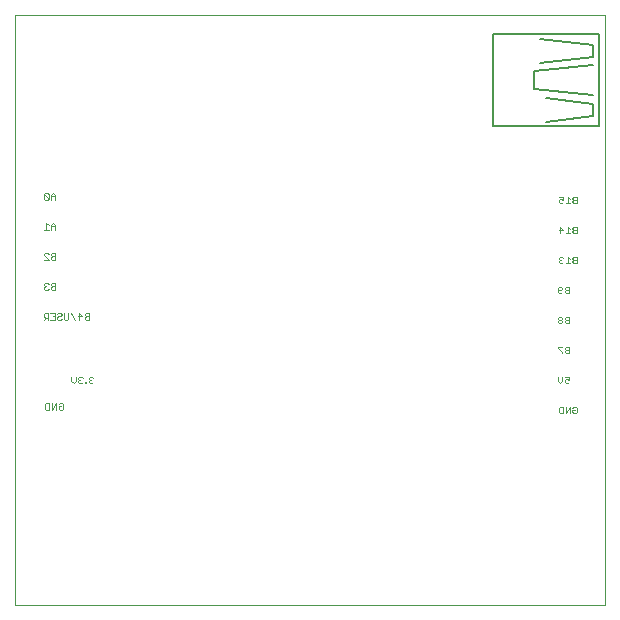
<source format=gbo>
G75*
%MOIN*%
%OFA0B0*%
%FSLAX25Y25*%
%IPPOS*%
%LPD*%
%AMOC8*
5,1,8,0,0,1.08239X$1,22.5*
%
%ADD10C,0.00000*%
%ADD11C,0.00400*%
%ADD12C,0.00500*%
D10*
X0001600Y0001600D02*
X0001600Y0198450D01*
X0198450Y0198450D01*
X0198450Y0001600D01*
X0001600Y0001600D01*
D11*
X0011995Y0066800D02*
X0011645Y0067150D01*
X0011645Y0068551D01*
X0011995Y0068902D01*
X0013046Y0068902D01*
X0013046Y0066800D01*
X0011995Y0066800D01*
X0013947Y0066800D02*
X0013947Y0068902D01*
X0015348Y0068902D02*
X0013947Y0066800D01*
X0015348Y0066800D02*
X0015348Y0068902D01*
X0016249Y0068551D02*
X0016599Y0068902D01*
X0017300Y0068902D01*
X0017650Y0068551D01*
X0017650Y0067150D01*
X0017300Y0066800D01*
X0016599Y0066800D01*
X0016249Y0067150D01*
X0016249Y0067851D01*
X0016949Y0067851D01*
X0021195Y0075550D02*
X0020494Y0076251D01*
X0020494Y0077652D01*
X0021895Y0077652D02*
X0021895Y0076251D01*
X0021195Y0075550D01*
X0022796Y0075900D02*
X0023146Y0075550D01*
X0023847Y0075550D01*
X0024197Y0075900D01*
X0024998Y0075900D02*
X0024998Y0075550D01*
X0025348Y0075550D01*
X0025348Y0075900D01*
X0024998Y0075900D01*
X0026249Y0075900D02*
X0026599Y0075550D01*
X0027300Y0075550D01*
X0027650Y0075900D01*
X0026949Y0076601D02*
X0026599Y0076601D01*
X0026249Y0076251D01*
X0026249Y0075900D01*
X0026599Y0076601D02*
X0026249Y0076951D01*
X0026249Y0077301D01*
X0026599Y0077652D01*
X0027300Y0077652D01*
X0027650Y0077301D01*
X0024197Y0077301D02*
X0023847Y0077652D01*
X0023146Y0077652D01*
X0022796Y0077301D01*
X0022796Y0076951D01*
X0023146Y0076601D01*
X0022796Y0076251D01*
X0022796Y0075900D01*
X0023146Y0076601D02*
X0023496Y0076601D01*
X0023047Y0096800D02*
X0023047Y0098902D01*
X0024098Y0097851D01*
X0022697Y0097851D01*
X0021796Y0096800D02*
X0020395Y0098902D01*
X0019494Y0098902D02*
X0019494Y0097150D01*
X0019144Y0096800D01*
X0018443Y0096800D01*
X0018093Y0097150D01*
X0018093Y0098902D01*
X0017192Y0098551D02*
X0017192Y0098201D01*
X0016842Y0097851D01*
X0016141Y0097851D01*
X0015791Y0097501D01*
X0015791Y0097150D01*
X0016141Y0096800D01*
X0016842Y0096800D01*
X0017192Y0097150D01*
X0017192Y0098551D02*
X0016842Y0098902D01*
X0016141Y0098902D01*
X0015791Y0098551D01*
X0014890Y0098902D02*
X0014890Y0096800D01*
X0013489Y0096800D01*
X0012588Y0096800D02*
X0012588Y0098902D01*
X0011537Y0098902D01*
X0011187Y0098551D01*
X0011187Y0097851D01*
X0011537Y0097501D01*
X0012588Y0097501D01*
X0011888Y0097501D02*
X0011187Y0096800D01*
X0013489Y0098902D02*
X0014890Y0098902D01*
X0014890Y0097851D02*
X0014190Y0097851D01*
X0014099Y0106800D02*
X0013749Y0107150D01*
X0013749Y0107501D01*
X0014099Y0107851D01*
X0015150Y0107851D01*
X0015150Y0106800D02*
X0015150Y0108902D01*
X0014099Y0108902D01*
X0013749Y0108551D01*
X0013749Y0108201D01*
X0014099Y0107851D01*
X0014099Y0106800D02*
X0015150Y0106800D01*
X0012848Y0107150D02*
X0012498Y0106800D01*
X0011797Y0106800D01*
X0011447Y0107150D01*
X0011447Y0107501D01*
X0011797Y0107851D01*
X0012147Y0107851D01*
X0011797Y0107851D02*
X0011447Y0108201D01*
X0011447Y0108551D01*
X0011797Y0108902D01*
X0012498Y0108902D01*
X0012848Y0108551D01*
X0012848Y0116800D02*
X0011447Y0118201D01*
X0011447Y0118551D01*
X0011797Y0118902D01*
X0012498Y0118902D01*
X0012848Y0118551D01*
X0013749Y0118551D02*
X0013749Y0118201D01*
X0014099Y0117851D01*
X0015150Y0117851D01*
X0015150Y0116800D02*
X0015150Y0118902D01*
X0014099Y0118902D01*
X0013749Y0118551D01*
X0014099Y0117851D02*
X0013749Y0117501D01*
X0013749Y0117150D01*
X0014099Y0116800D01*
X0015150Y0116800D01*
X0012848Y0116800D02*
X0011447Y0116800D01*
X0011447Y0126800D02*
X0012848Y0126800D01*
X0012147Y0126800D02*
X0012147Y0128902D01*
X0012848Y0128201D01*
X0013749Y0128201D02*
X0013749Y0126800D01*
X0013749Y0127851D02*
X0015150Y0127851D01*
X0015150Y0128201D02*
X0014449Y0128902D01*
X0013749Y0128201D01*
X0015150Y0128201D02*
X0015150Y0126800D01*
X0015150Y0136800D02*
X0015150Y0138201D01*
X0014449Y0138902D01*
X0013749Y0138201D01*
X0013749Y0136800D01*
X0012848Y0137150D02*
X0011447Y0138551D01*
X0011447Y0137150D01*
X0011797Y0136800D01*
X0012498Y0136800D01*
X0012848Y0137150D01*
X0012848Y0138551D01*
X0012498Y0138902D01*
X0011797Y0138902D01*
X0011447Y0138551D01*
X0013749Y0137851D02*
X0015150Y0137851D01*
X0025349Y0098902D02*
X0024999Y0098551D01*
X0024999Y0098201D01*
X0025349Y0097851D01*
X0026400Y0097851D01*
X0026400Y0096800D02*
X0026400Y0098902D01*
X0025349Y0098902D01*
X0025349Y0097851D02*
X0024999Y0097501D01*
X0024999Y0097150D01*
X0025349Y0096800D01*
X0026400Y0096800D01*
X0182697Y0096951D02*
X0183047Y0096601D01*
X0183748Y0096601D01*
X0184098Y0096951D01*
X0184098Y0097301D01*
X0183748Y0097652D01*
X0183047Y0097652D01*
X0182697Y0097301D01*
X0182697Y0096951D01*
X0183047Y0096601D02*
X0182697Y0096251D01*
X0182697Y0095900D01*
X0183047Y0095550D01*
X0183748Y0095550D01*
X0184098Y0095900D01*
X0184098Y0096251D01*
X0183748Y0096601D01*
X0184999Y0096951D02*
X0185349Y0096601D01*
X0186400Y0096601D01*
X0186400Y0097652D02*
X0185349Y0097652D01*
X0184999Y0097301D01*
X0184999Y0096951D01*
X0185349Y0096601D02*
X0184999Y0096251D01*
X0184999Y0095900D01*
X0185349Y0095550D01*
X0186400Y0095550D01*
X0186400Y0097652D01*
X0186400Y0105550D02*
X0185349Y0105550D01*
X0184999Y0105900D01*
X0184999Y0106251D01*
X0185349Y0106601D01*
X0186400Y0106601D01*
X0186400Y0107652D02*
X0185349Y0107652D01*
X0184999Y0107301D01*
X0184999Y0106951D01*
X0185349Y0106601D01*
X0184098Y0106951D02*
X0183748Y0106601D01*
X0182697Y0106601D01*
X0182697Y0107301D02*
X0183047Y0107652D01*
X0183748Y0107652D01*
X0184098Y0107301D01*
X0184098Y0106951D01*
X0184098Y0105900D02*
X0183748Y0105550D01*
X0183047Y0105550D01*
X0182697Y0105900D01*
X0182697Y0107301D01*
X0186400Y0107652D02*
X0186400Y0105550D01*
X0186598Y0115550D02*
X0185197Y0115550D01*
X0185897Y0115550D02*
X0185897Y0117652D01*
X0186598Y0116951D01*
X0187499Y0116951D02*
X0187849Y0116601D01*
X0188900Y0116601D01*
X0188900Y0117652D02*
X0187849Y0117652D01*
X0187499Y0117301D01*
X0187499Y0116951D01*
X0187849Y0116601D02*
X0187499Y0116251D01*
X0187499Y0115900D01*
X0187849Y0115550D01*
X0188900Y0115550D01*
X0188900Y0117652D01*
X0184296Y0117301D02*
X0183946Y0117652D01*
X0183245Y0117652D01*
X0182895Y0117301D01*
X0182895Y0116951D01*
X0183245Y0116601D01*
X0182895Y0116251D01*
X0182895Y0115900D01*
X0183245Y0115550D01*
X0183946Y0115550D01*
X0184296Y0115900D01*
X0183595Y0116601D02*
X0183245Y0116601D01*
X0183245Y0125550D02*
X0183245Y0127652D01*
X0184296Y0126601D01*
X0182895Y0126601D01*
X0185197Y0125550D02*
X0186598Y0125550D01*
X0185897Y0125550D02*
X0185897Y0127652D01*
X0186598Y0126951D01*
X0187499Y0126951D02*
X0187849Y0126601D01*
X0188900Y0126601D01*
X0188900Y0127652D02*
X0187849Y0127652D01*
X0187499Y0127301D01*
X0187499Y0126951D01*
X0187849Y0126601D02*
X0187499Y0126251D01*
X0187499Y0125900D01*
X0187849Y0125550D01*
X0188900Y0125550D01*
X0188900Y0127652D01*
X0188900Y0135550D02*
X0187849Y0135550D01*
X0187499Y0135900D01*
X0187499Y0136251D01*
X0187849Y0136601D01*
X0188900Y0136601D01*
X0188900Y0135550D02*
X0188900Y0137652D01*
X0187849Y0137652D01*
X0187499Y0137301D01*
X0187499Y0136951D01*
X0187849Y0136601D01*
X0186598Y0136951D02*
X0185897Y0137652D01*
X0185897Y0135550D01*
X0185197Y0135550D02*
X0186598Y0135550D01*
X0184296Y0135900D02*
X0183946Y0135550D01*
X0183245Y0135550D01*
X0182895Y0135900D01*
X0182895Y0136601D01*
X0183245Y0136951D01*
X0183595Y0136951D01*
X0184296Y0136601D01*
X0184296Y0137652D01*
X0182895Y0137652D01*
X0182697Y0087652D02*
X0182697Y0087301D01*
X0184098Y0085900D01*
X0184098Y0085550D01*
X0184999Y0085900D02*
X0185349Y0085550D01*
X0186400Y0085550D01*
X0186400Y0087652D01*
X0185349Y0087652D01*
X0184999Y0087301D01*
X0184999Y0086951D01*
X0185349Y0086601D01*
X0186400Y0086601D01*
X0185349Y0086601D02*
X0184999Y0086251D01*
X0184999Y0085900D01*
X0184098Y0087652D02*
X0182697Y0087652D01*
X0182697Y0077652D02*
X0182697Y0076251D01*
X0183397Y0075550D01*
X0184098Y0076251D01*
X0184098Y0077652D01*
X0184999Y0077652D02*
X0186400Y0077652D01*
X0186400Y0076601D01*
X0185699Y0076951D01*
X0185349Y0076951D01*
X0184999Y0076601D01*
X0184999Y0075900D01*
X0185349Y0075550D01*
X0186050Y0075550D01*
X0186400Y0075900D01*
X0186598Y0067652D02*
X0185197Y0065550D01*
X0185197Y0067652D01*
X0184296Y0067652D02*
X0184296Y0065550D01*
X0183245Y0065550D01*
X0182895Y0065900D01*
X0182895Y0067301D01*
X0183245Y0067652D01*
X0184296Y0067652D01*
X0186598Y0067652D02*
X0186598Y0065550D01*
X0187499Y0065900D02*
X0187499Y0066601D01*
X0188199Y0066601D01*
X0187499Y0067301D02*
X0187849Y0067652D01*
X0188550Y0067652D01*
X0188900Y0067301D01*
X0188900Y0065900D01*
X0188550Y0065550D01*
X0187849Y0065550D01*
X0187499Y0065900D01*
D12*
X0196364Y0161246D02*
X0160931Y0161246D01*
X0160931Y0191954D01*
X0196364Y0191954D01*
X0196364Y0161246D01*
X0194395Y0164789D02*
X0194395Y0168726D01*
X0178647Y0170694D01*
X0174710Y0173647D02*
X0174710Y0179553D01*
X0194395Y0181521D01*
X0194395Y0184474D02*
X0176679Y0182506D01*
X0176679Y0190380D02*
X0194395Y0188411D01*
X0194395Y0184474D01*
X0194395Y0171679D02*
X0174710Y0173647D01*
X0178647Y0162820D02*
X0194395Y0164789D01*
M02*

</source>
